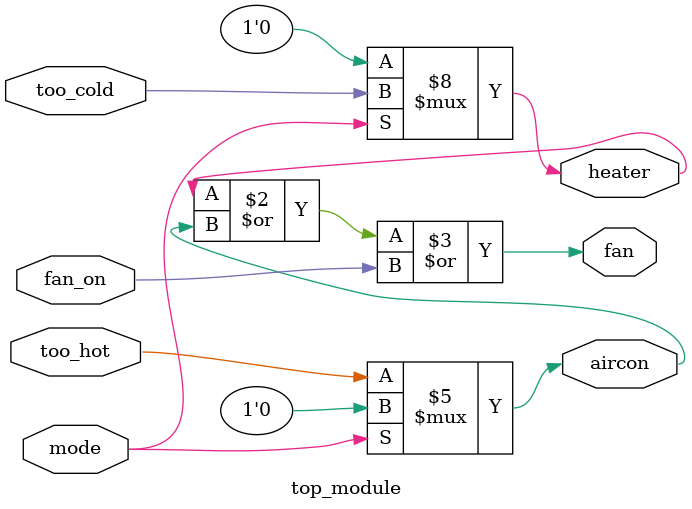
<source format=sv>
module top_module(
    input mode,
    input too_cold, 
    input too_hot,
    input fan_on,
    output reg heater,
    output reg aircon,
    output reg fan
);
    
    always @(*) begin
        if (mode) begin // Heating mode
            heater = too_cold;
            aircon = 0;
        end else begin // Cooling mode
            heater = 0;
            aircon = too_hot;
        end

        // Fan is on if either heater or aircon is on, or if fan_on is requested
        fan = heater | aircon | fan_on;
    end

endmodule

</source>
